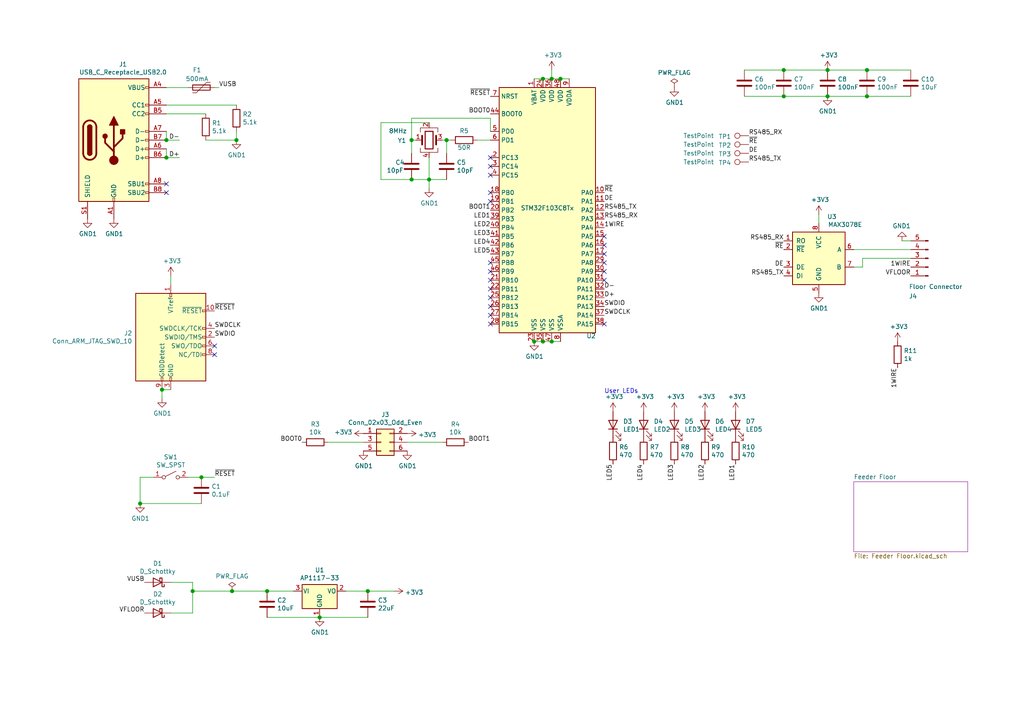
<source format=kicad_sch>
(kicad_sch (version 20201015) (generator eeschema)
  (paper "A4")
  (lib_symbols
    (symbol "Connector:Conn_01x05_Male" (pin_names (offset 1.016) hide)
      (property "Reference" "J" (at 0 7.62 0))
      (property "Value" "Conn_01x05_Male" (at 0 -7.62 0))
      (symbol "Conn_01x05_Male_1_1"
        (rectangle (start 0.8636 -4.953) (end 0 -5.207) (stroke (width 0.1524)) (fill (type outline)))
        (rectangle (start 0.8636 -2.413) (end 0 -2.667) (stroke (width 0.1524)) (fill (type outline)))
        (rectangle (start 0.8636 0.127) (end 0 -0.127) (stroke (width 0.1524)) (fill (type outline)))
        (rectangle (start 0.8636 2.667) (end 0 2.413) (stroke (width 0.1524)) (fill (type outline)))
        (rectangle (start 0.8636 5.207) (end 0 4.953) (stroke (width 0.1524)) (fill (type outline)))
        (polyline (pts (xy 1.27 -5.08) (xy 0.8636 -5.08)) (stroke (width 0.1524)))
        (polyline (pts (xy 1.27 -2.54) (xy 0.8636 -2.54)) (stroke (width 0.1524)))
        (polyline (pts (xy 1.27 0) (xy 0.8636 0)) (stroke (width 0.1524)))
        (polyline (pts (xy 1.27 2.54) (xy 0.8636 2.54)) (stroke (width 0.1524)))
        (polyline (pts (xy 1.27 5.08) (xy 0.8636 5.08)) (stroke (width 0.1524)))
        (pin passive line (at 5.08 5.08 180) (length 3.81) (name "Pin_1") (number "1"))
        (pin passive line (at 5.08 2.54 180) (length 3.81) (name "Pin_2") (number "2"))
        (pin passive line (at 5.08 0 180) (length 3.81) (name "Pin_3") (number "3"))
        (pin passive line (at 5.08 -2.54 180) (length 3.81) (name "Pin_4") (number "4"))
        (pin passive line (at 5.08 -5.08 180) (length 3.81) (name "Pin_5") (number "5"))
      )
    )
    (symbol "Connector:Conn_ARM_JTAG_SWD_10" (pin_names (offset 1.016))
      (property "Reference" "J" (at -2.54 16.51 0))
      (property "Value" "Conn_ARM_JTAG_SWD_10" (at -2.54 13.97 0))
      (symbol "Conn_ARM_JTAG_SWD_10_0_1"
        (rectangle (start -10.16 12.7) (end 10.16 -12.7) (stroke (width 0.254)) (fill (type background)))
        (rectangle (start -2.794 -12.7) (end -2.286 -11.684))
        (rectangle (start -0.254 -12.7) (end 0.254 -11.684))
        (rectangle (start -0.254 12.7) (end 0.254 11.684))
        (rectangle (start 9.144 2.286) (end 10.16 2.794))
        (rectangle (start 10.16 -2.794) (end 9.144 -2.286))
        (rectangle (start 10.16 -0.254) (end 9.144 0.254))
        (rectangle (start 10.16 7.874) (end 9.144 7.366))
      )
      (symbol "Conn_ARM_JTAG_SWD_10_1_1"
        (rectangle (start 9.144 -5.334) (end 10.16 -4.826))
        (pin power_in line (at 0 15.24 270) (length 2.54) (name "VTref") (number "1"))
        (pin open_collector line (at 12.7 7.62 180) (length 2.54) (name "~RESET~") (number "10"))
        (pin bidirectional line (at 12.7 0 180) (length 2.54) (name "SWDIO/TMS") (number "2"))
        (pin power_in line (at 0 -15.24 90) (length 2.54) (name "GND") (number "3"))
        (pin output line (at 12.7 2.54 180) (length 2.54) (name "SWDCLK/TCK") (number "4"))
        (pin passive line (at 0 -15.24 90) (length 2.54) hide (name "GND") (number "5"))
        (pin input line (at 12.7 -2.54 180) (length 2.54) (name "SWO/TDO") (number "6"))
        (pin unconnected line (at -10.16 0 0) (length 2.54) hide (name "KEY") (number "7"))
        (pin output line (at 12.7 -5.08 180) (length 2.54) (name "NC/TDI") (number "8"))
        (pin passive line (at -2.54 -15.24 90) (length 2.54) (name "GNDDetect") (number "9"))
      )
    )
    (symbol "Connector:TestPoint" (pin_numbers hide) (pin_names (offset 0.762) hide)
      (property "Reference" "TP" (at 0 6.858 0))
      (property "Value" "TestPoint" (at 0 5.08 0))
      (symbol "TestPoint_0_1"
        (circle (center 0 3.302) (radius 0.762))
      )
      (symbol "TestPoint_1_1"
        (pin passive line (at 0 0 90) (length 2.54) (name "1") (number "1"))
      )
    )
    (symbol "Connector:USB_C_Receptacle_USB2.0" (pin_names (offset 1.016))
      (property "Reference" "J" (at -10.16 19.05 0))
      (property "Value" "USB_C_Receptacle_USB2.0" (at 19.05 19.05 0))
      (symbol "USB_C_Receptacle_USB2.0_0_0"
        (rectangle (start -0.254 -17.78) (end 0.254 -16.764))
        (rectangle (start 10.16 -14.986) (end 9.144 -15.494))
        (rectangle (start 10.16 -12.446) (end 9.144 -12.954))
        (rectangle (start 10.16 -4.826) (end 9.144 -5.334))
        (rectangle (start 10.16 -2.286) (end 9.144 -2.794))
        (rectangle (start 10.16 0.254) (end 9.144 -0.254))
        (rectangle (start 10.16 2.794) (end 9.144 2.286))
        (rectangle (start 10.16 7.874) (end 9.144 7.366))
        (rectangle (start 10.16 10.414) (end 9.144 9.906))
        (rectangle (start 10.16 15.494) (end 9.144 14.986))
      )
      (symbol "USB_C_Receptacle_USB2.0_0_1"
        (arc (start -8.89 -3.81) (end -5.08 -3.81) (radius (at -6.985 -3.81) (length 1.905) (angles -179.9 -0.1)) (stroke (width 0.508)))
        (arc (start -7.62 -3.81) (end -6.35 -3.81) (radius (at -6.985 -3.81) (length 0.635) (angles -179.9 -0.1)) (stroke (width 0.254)))
        (arc (start -7.62 -3.81) (end -6.35 -3.81) (radius (at -6.985 -3.81) (length 0.635) (angles -179.9 -0.1)) (stroke (width 0.254)) (fill (type outline)))
        (arc (start -6.35 3.81) (end -7.62 3.81) (radius (at -6.985 3.81) (length 0.635) (angles 0.1 179.9)) (stroke (width 0.254)) (fill (type outline)))
        (arc (start -6.35 3.81) (end -7.62 3.81) (radius (at -6.985 3.81) (length 0.635) (angles 0.1 179.9)) (stroke (width 0.254)))
        (arc (start -5.08 3.81) (end -8.89 3.81) (radius (at -6.985 3.81) (length 1.905) (angles 0.1 179.9)) (stroke (width 0.508)))
        (circle (center -2.54 1.143) (radius 0.635) (stroke (width 0.254)) (fill (type outline)))
        (circle (center 0 -5.842) (radius 1.27) (fill (type outline)))
        (rectangle (start -10.16 17.78) (end 10.16 -17.78) (stroke (width 0.254)) (fill (type background)))
        (rectangle (start -7.62 -3.81) (end -6.35 3.81) (stroke (width 0.254)) (fill (type outline)))
        (rectangle (start 1.905 1.778) (end 3.175 3.048) (stroke (width 0.254)) (fill (type outline)))
        (polyline (pts (xy -8.89 -3.81) (xy -8.89 3.81)) (stroke (width 0.508)))
        (polyline (pts (xy -5.08 3.81) (xy -5.08 -3.81)) (stroke (width 0.508)))
        (polyline (pts (xy 0 -5.842) (xy 0 4.318)) (stroke (width 0.508)))
        (polyline (pts (xy 0 -3.302) (xy -2.54 -0.762) (xy -2.54 0.508)) (stroke (width 0.508)))
        (polyline (pts (xy 0 -2.032) (xy 2.54 0.508) (xy 2.54 1.778)) (stroke (width 0.508)))
        (polyline (pts (xy -1.27 4.318) (xy 0 6.858) (xy 1.27 4.318) (xy -1.27 4.318)) (stroke (width 0.254)) (fill (type outline)))
      )
      (symbol "USB_C_Receptacle_USB2.0_1_1"
        (pin passive line (at 0 -22.86 90) (length 5.08) (name "GND") (number "A1"))
        (pin passive line (at 0 -22.86 90) (length 5.08) hide (name "GND") (number "A12"))
        (pin passive line (at 15.24 15.24 180) (length 5.08) (name "VBUS") (number "A4"))
        (pin bidirectional line (at 15.24 10.16 180) (length 5.08) (name "CC1") (number "A5"))
        (pin bidirectional line (at 15.24 -2.54 180) (length 5.08) (name "D+") (number "A6"))
        (pin bidirectional line (at 15.24 2.54 180) (length 5.08) (name "D-") (number "A7"))
        (pin bidirectional line (at 15.24 -12.7 180) (length 5.08) (name "SBU1") (number "A8"))
        (pin passive line (at 15.24 15.24 180) (length 5.08) hide (name "VBUS") (number "A9"))
        (pin passive line (at 0 -22.86 90) (length 5.08) hide (name "GND") (number "B1"))
        (pin passive line (at 0 -22.86 90) (length 5.08) hide (name "GND") (number "B12"))
        (pin passive line (at 15.24 15.24 180) (length 5.08) hide (name "VBUS") (number "B4"))
        (pin bidirectional line (at 15.24 7.62 180) (length 5.08) (name "CC2") (number "B5"))
        (pin bidirectional line (at 15.24 -5.08 180) (length 5.08) (name "D+") (number "B6"))
        (pin bidirectional line (at 15.24 0 180) (length 5.08) (name "D-") (number "B7"))
        (pin bidirectional line (at 15.24 -15.24 180) (length 5.08) (name "SBU2") (number "B8"))
        (pin passive line (at 15.24 15.24 180) (length 5.08) hide (name "VBUS") (number "B9"))
        (pin passive line (at -7.62 -22.86 90) (length 5.08) (name "SHIELD") (number "S1"))
      )
    )
    (symbol "Connector_Generic:Conn_02x03_Odd_Even" (pin_names (offset 1.016) hide)
      (property "Reference" "J" (at 1.27 5.08 0))
      (property "Value" "Conn_02x03_Odd_Even" (at 1.27 -5.08 0))
      (symbol "Conn_02x03_Odd_Even_1_1"
        (rectangle (start -1.27 -2.413) (end 0 -2.667) (stroke (width 0.1524)))
        (rectangle (start -1.27 2.667) (end 0 2.413) (stroke (width 0.1524)))
        (rectangle (start -1.27 3.81) (end 3.81 -3.81) (stroke (width 0.254)) (fill (type background)))
        (rectangle (start -1.27 0.127) (end 0 -0.127) (stroke (width 0.1524)))
        (rectangle (start 3.81 -2.413) (end 2.54 -2.667) (stroke (width 0.1524)))
        (rectangle (start 3.81 2.667) (end 2.54 2.413) (stroke (width 0.1524)))
        (rectangle (start 3.81 0.127) (end 2.54 -0.127) (stroke (width 0.1524)))
        (pin passive line (at -5.08 2.54 0) (length 3.81) (name "Pin_1") (number "1"))
        (pin passive line (at 7.62 2.54 180) (length 3.81) (name "Pin_2") (number "2"))
        (pin passive line (at -5.08 0 0) (length 3.81) (name "Pin_3") (number "3"))
        (pin passive line (at 7.62 0 180) (length 3.81) (name "Pin_4") (number "4"))
        (pin passive line (at -5.08 -2.54 0) (length 3.81) (name "Pin_5") (number "5"))
        (pin passive line (at 7.62 -2.54 180) (length 3.81) (name "Pin_6") (number "6"))
      )
    )
    (symbol "Device:C" (pin_numbers hide) (pin_names (offset 0.254))
      (property "Reference" "C" (at 0.635 2.54 0))
      (property "Value" "C" (at 0.635 -2.54 0))
      (symbol "C_0_1"
        (polyline (pts (xy -2.032 -0.762) (xy 2.032 -0.762)) (stroke (width 0.508)))
        (polyline (pts (xy -2.032 0.762) (xy 2.032 0.762)) (stroke (width 0.508)))
      )
      (symbol "C_1_1"
        (pin passive line (at 0 3.81 270) (length 2.794) (name "~") (number "1"))
        (pin passive line (at 0 -3.81 90) (length 2.794) (name "~") (number "2"))
      )
    )
    (symbol "Device:Crystal_GND24" (pin_names (offset 1.016) hide)
      (property "Reference" "Y" (at 3.175 5.08 0))
      (property "Value" "Crystal_GND24" (at 3.175 3.175 0))
      (symbol "Crystal_GND24_0_1"
        (rectangle (start -1.143 2.54) (end 1.143 -2.54) (stroke (width 0.3048)))
        (polyline (pts (xy -2.54 0) (xy -2.032 0)))
        (polyline (pts (xy -2.032 -1.27) (xy -2.032 1.27)) (stroke (width 0.508)))
        (polyline (pts (xy 0 -3.81) (xy 0 -3.556)))
        (polyline (pts (xy 0 3.556) (xy 0 3.81)))
        (polyline (pts (xy 2.032 -1.27) (xy 2.032 1.27)) (stroke (width 0.508)))
        (polyline (pts (xy 2.032 0) (xy 2.54 0)))
        (polyline (pts (xy -2.54 -2.286) (xy -2.54 -3.556) (xy 2.54 -3.556) (xy 2.54 -2.286)))
        (polyline (pts (xy -2.54 2.286) (xy -2.54 3.556) (xy 2.54 3.556) (xy 2.54 2.286)))
      )
      (symbol "Crystal_GND24_1_1"
        (pin passive line (at -3.81 0 0) (length 1.27) (name "1") (number "1"))
        (pin passive line (at 0 5.08 270) (length 1.27) (name "2") (number "2"))
        (pin passive line (at 3.81 0 180) (length 1.27) (name "3") (number "3"))
        (pin passive line (at 0 -5.08 90) (length 1.27) (name "4") (number "4"))
      )
    )
    (symbol "Device:D_Schottky" (pin_numbers hide) (pin_names (offset 1.016) hide)
      (property "Reference" "D" (at 0 2.54 0))
      (property "Value" "D_Schottky" (at 0 -2.54 0))
      (symbol "D_Schottky_0_1"
        (polyline (pts (xy 1.27 0) (xy -1.27 0)))
        (polyline (pts (xy 1.27 1.27) (xy 1.27 -1.27) (xy -1.27 0) (xy 1.27 1.27)) (stroke (width 0.254)))
        (polyline (pts (xy -1.905 0.635) (xy -1.905 1.27) (xy -1.27 1.27) (xy -1.27 -1.27) (xy -0.635 -1.27) (xy -0.635 -0.635)) (stroke (width 0.254)))
      )
      (symbol "D_Schottky_1_1"
        (pin passive line (at -3.81 0 0) (length 2.54) (name "K") (number "1"))
        (pin passive line (at 3.81 0 180) (length 2.54) (name "A") (number "2"))
      )
    )
    (symbol "Device:LED" (pin_numbers hide) (pin_names (offset 1.016) hide)
      (property "Reference" "D" (at 0 2.54 0))
      (property "Value" "LED" (at 0 -2.54 0))
      (symbol "LED_0_1"
        (polyline (pts (xy -1.27 -1.27) (xy -1.27 1.27)) (stroke (width 0.254)))
        (polyline (pts (xy -1.27 0) (xy 1.27 0)))
        (polyline (pts (xy 1.27 -1.27) (xy 1.27 1.27) (xy -1.27 0) (xy 1.27 -1.27)) (stroke (width 0.254)))
        (polyline (pts (xy -3.048 -0.762) (xy -4.572 -2.286) (xy -3.81 -2.286) (xy -4.572 -2.286) (xy -4.572 -1.524)))
        (polyline (pts (xy -1.778 -0.762) (xy -3.302 -2.286) (xy -2.54 -2.286) (xy -3.302 -2.286) (xy -3.302 -1.524)))
      )
      (symbol "LED_1_1"
        (pin passive line (at -3.81 0 0) (length 2.54) (name "K") (number "1"))
        (pin passive line (at 3.81 0 180) (length 2.54) (name "A") (number "2"))
      )
    )
    (symbol "Device:Polyfuse" (pin_numbers hide) (pin_names (offset 0))
      (property "Reference" "F" (at -2.54 0 90))
      (property "Value" "Polyfuse" (at 2.54 0 90))
      (symbol "Polyfuse_0_1"
        (rectangle (start -0.762 2.54) (end 0.762 -2.54) (stroke (width 0.254)))
        (polyline (pts (xy 0 2.54) (xy 0 -2.54)))
        (polyline (pts (xy -1.524 2.54) (xy -1.524 1.524) (xy 1.524 -1.524) (xy 1.524 -2.54)))
      )
      (symbol "Polyfuse_1_1"
        (pin passive line (at 0 3.81 270) (length 1.27) (name "~") (number "1"))
        (pin passive line (at 0 -3.81 90) (length 1.27) (name "~") (number "2"))
      )
    )
    (symbol "Device:R" (pin_numbers hide) (pin_names (offset 0))
      (property "Reference" "R" (at 2.032 0 90))
      (property "Value" "R" (at 0 0 90))
      (symbol "R_0_1"
        (rectangle (start -1.016 -2.54) (end 1.016 2.54) (stroke (width 0.254)))
      )
      (symbol "R_1_1"
        (pin passive line (at 0 3.81 270) (length 1.27) (name "~") (number "1"))
        (pin passive line (at 0 -3.81 90) (length 1.27) (name "~") (number "2"))
      )
    )
    (symbol "Interface_UART:MAX3078E" (pin_names (offset 1.016))
      (property "Reference" "U" (at -7.62 8.89 0))
      (property "Value" "MAX3078E" (at 2.54 8.89 0))
      (symbol "MAX3078E_0_1"
        (rectangle (start -7.62 7.62) (end 7.62 -7.62) (stroke (width 0.254)) (fill (type background)))
      )
      (symbol "MAX3078E_1_1"
        (pin output line (at -10.16 5.08 0) (length 2.54) (name "RO") (number "1"))
        (pin input line (at -10.16 2.54 0) (length 2.54) (name "~RE~") (number "2"))
        (pin input line (at -10.16 -2.54 0) (length 2.54) (name "DE") (number "3"))
        (pin input line (at -10.16 -5.08 0) (length 2.54) (name "DI") (number "4"))
        (pin power_in line (at 0 -10.16 90) (length 2.54) (name "GND") (number "5"))
        (pin bidirectional line (at 10.16 2.54 180) (length 2.54) (name "A") (number "6"))
        (pin bidirectional line (at 10.16 -2.54 180) (length 2.54) (name "B") (number "7"))
        (pin power_in line (at 0 10.16 270) (length 2.54) (name "VCC") (number "8"))
      )
    )
    (symbol "MCU_ST_STM32F1:STM32F103C8Tx"
      (property "Reference" "U" (at -15.24 36.83 0))
      (property "Value" "STM32F103C8Tx" (at 7.62 36.83 0))
      (symbol "STM32F103C8Tx_0_1"
        (rectangle (start -15.24 -35.56) (end 12.7 35.56) (stroke (width 0.254)) (fill (type background)))
      )
      (symbol "STM32F103C8Tx_1_1"
        (pin input line (at -17.78 27.94 0) (length 2.54) (name "BOOT0") (number "44"))
        (pin input line (at -17.78 33.02 0) (length 2.54) (name "NRST") (number "7"))
        (pin bidirectional line (at 15.24 5.08 180) (length 2.54) (name "PA0") (number "10"))
        (pin bidirectional line (at 15.24 2.54 180) (length 2.54) (name "PA1") (number "11"))
        (pin bidirectional line (at 15.24 -20.32 180) (length 2.54) (name "PA10") (number "31"))
        (pin bidirectional line (at 15.24 -22.86 180) (length 2.54) (name "PA11") (number "32"))
        (pin bidirectional line (at 15.24 -25.4 180) (length 2.54) (name "PA12") (number "33"))
        (pin bidirectional line (at 15.24 -27.94 180) (length 2.54) (name "PA13") (number "34"))
        (pin bidirectional line (at 15.24 -30.48 180) (length 2.54) (name "PA14") (number "37"))
        (pin bidirectional line (at 15.24 -33.02 180) (length 2.54) (name "PA15") (number "38"))
        (pin bidirectional line (at 15.24 0 180) (length 2.54) (name "PA2") (number "12"))
        (pin bidirectional line (at 15.24 -2.54 180) (length 2.54) (name "PA3") (number "13"))
        (pin bidirectional line (at 15.24 -5.08 180) (length 2.54) (name "PA4") (number "14"))
        (pin bidirectional line (at 15.24 -7.62 180) (length 2.54) (name "PA5") (number "15"))
        (pin bidirectional line (at 15.24 -10.16 180) (length 2.54) (name "PA6") (number "16"))
        (pin bidirectional line (at 15.24 -12.7 180) (length 2.54) (name "PA7") (number "17"))
        (pin bidirectional line (at 15.24 -15.24 180) (length 2.54) (name "PA8") (number "29"))
        (pin bidirectional line (at 15.24 -17.78 180) (length 2.54) (name "PA9") (number "30"))
        (pin bidirectional line (at -17.78 5.08 0) (length 2.54) (name "PB0") (number "18"))
        (pin bidirectional line (at -17.78 2.54 0) (length 2.54) (name "PB1") (number "19"))
        (pin bidirectional line (at -17.78 -20.32 0) (length 2.54) (name "PB10") (number "21"))
        (pin bidirectional line (at -17.78 -22.86 0) (length 2.54) (name "PB11") (number "22"))
        (pin bidirectional line (at -17.78 -25.4 0) (length 2.54) (name "PB12") (number "25"))
        (pin bidirectional line (at -17.78 -27.94 0) (length 2.54) (name "PB13") (number "26"))
        (pin bidirectional line (at -17.78 -30.48 0) (length 2.54) (name "PB14") (number "27"))
        (pin bidirectional line (at -17.78 -33.02 0) (length 2.54) (name "PB15") (number "28"))
        (pin bidirectional line (at -17.78 0 0) (length 2.54) (name "PB2") (number "20"))
        (pin bidirectional line (at -17.78 -2.54 0) (length 2.54) (name "PB3") (number "39"))
        (pin bidirectional line (at -17.78 -5.08 0) (length 2.54) (name "PB4") (number "40"))
        (pin bidirectional line (at -17.78 -7.62 0) (length 2.54) (name "PB5") (number "41"))
        (pin bidirectional line (at -17.78 -10.16 0) (length 2.54) (name "PB6") (number "42"))
        (pin bidirectional line (at -17.78 -12.7 0) (length 2.54) (name "PB7") (number "43"))
        (pin bidirectional line (at -17.78 -15.24 0) (length 2.54) (name "PB8") (number "45"))
        (pin bidirectional line (at -17.78 -17.78 0) (length 2.54) (name "PB9") (number "46"))
        (pin bidirectional line (at -17.78 15.24 0) (length 2.54) (name "PC13") (number "2"))
        (pin bidirectional line (at -17.78 12.7 0) (length 2.54) (name "PC14") (number "3"))
        (pin bidirectional line (at -17.78 10.16 0) (length 2.54) (name "PC15") (number "4"))
        (pin input line (at -17.78 22.86 0) (length 2.54) (name "PD0") (number "5"))
        (pin input line (at -17.78 20.32 0) (length 2.54) (name "PD1") (number "6"))
        (pin power_in line (at -5.08 38.1 270) (length 2.54) (name "VBAT") (number "1"))
        (pin power_in line (at -2.54 38.1 270) (length 2.54) (name "VDD") (number "24"))
        (pin power_in line (at 0 38.1 270) (length 2.54) (name "VDD") (number "36"))
        (pin power_in line (at 2.54 38.1 270) (length 2.54) (name "VDD") (number "48"))
        (pin power_in line (at 5.08 38.1 270) (length 2.54) (name "VDDA") (number "9"))
        (pin power_in line (at -5.08 -38.1 90) (length 2.54) (name "VSS") (number "23"))
        (pin power_in line (at -2.54 -38.1 90) (length 2.54) (name "VSS") (number "35"))
        (pin power_in line (at 0 -38.1 90) (length 2.54) (name "VSS") (number "47"))
        (pin power_in line (at 2.54 -38.1 90) (length 2.54) (name "VSSA") (number "8"))
      )
    )
    (symbol "Regulator_Linear:AP1117-33" (pin_names (offset 0.254))
      (property "Reference" "U" (at -3.81 3.175 0))
      (property "Value" "AP1117-33" (at 0 3.175 0))
      (symbol "AP1117-33_0_1"
        (rectangle (start -5.08 -5.08) (end 5.08 1.905) (stroke (width 0.254)) (fill (type background)))
      )
      (symbol "AP1117-33_1_1"
        (pin power_in line (at 0 -7.62 90) (length 2.54) (name "GND") (number "1"))
        (pin power_out line (at 7.62 0 180) (length 2.54) (name "VO") (number "2"))
        (pin power_in line (at -7.62 0 0) (length 2.54) (name "VI") (number "3"))
      )
    )
    (symbol "Switch:SW_SPST" (pin_names (offset 0) hide)
      (property "Reference" "SW" (at 0 3.175 0))
      (property "Value" "SW_SPST" (at 0 -2.54 0))
      (symbol "SW_SPST_0_0"
        (circle (center -2.032 0) (radius 0.508))
        (circle (center 2.032 0) (radius 0.508))
        (polyline (pts (xy -1.524 0.254) (xy 1.524 1.778)))
      )
      (symbol "SW_SPST_1_1"
        (pin passive line (at -5.08 0 0) (length 2.54) (name "A") (number "1"))
        (pin passive line (at 5.08 0 180) (length 2.54) (name "B") (number "2"))
      )
    )
    (symbol "power:+3.3V" (power) (pin_names (offset 0))
      (property "Value" "+3.3V" (at 0 3.556 0))
      (symbol "+3.3V_0_1"
        (polyline (pts (xy -0.762 1.27) (xy 0 2.54)))
        (polyline (pts (xy 0 0) (xy 0 2.54)))
        (polyline (pts (xy 0 2.54) (xy 0.762 1.27)))
      )
      (symbol "+3.3V_1_1"
        (pin power_in line (at 0 0 90) (length 0) hide (name "+3V3") (number "1"))
      )
    )
    (symbol "power:GND1" (power) (pin_names (offset 0))
      (property "Value" "GND1" (at 0 -3.81 0))
      (symbol "GND1_0_1"
        (polyline (pts (xy 0 0) (xy 0 -1.27) (xy 1.27 -1.27) (xy 0 -2.54) (xy -1.27 -1.27) (xy 0 -1.27)))
      )
      (symbol "GND1_1_1"
        (pin power_in line (at 0 0 270) (length 0) hide (name "GND1") (number "1"))
      )
    )
    (symbol "power:PWR_FLAG" (power) (pin_numbers hide) (pin_names (offset 0) hide)
      (property "Value" "PWR_FLAG" (at 0 3.81 0))
      (symbol "PWR_FLAG_0_0"
        (pin power_out line (at 0 0 90) (length 0) (name "pwr") (number "1"))
      )
      (symbol "PWR_FLAG_0_1"
        (polyline (pts (xy 0 0) (xy 0 1.27) (xy -1.016 1.905) (xy 0 2.54) (xy 1.016 1.905) (xy 0 1.27)))
      )
    )
  )
  (junction (at 40.64 146.05) (diameter 1.016))
  (junction (at 46.99 113.03) (diameter 1.016))
  (junction (at 48.26 40.64) (diameter 1.016))
  (junction (at 48.26 45.72) (diameter 1.016))
  (junction (at 55.88 171.45) (diameter 1.016))
  (junction (at 58.42 138.43) (diameter 1.016))
  (junction (at 67.31 171.45) (diameter 1.016))
  (junction (at 68.58 40.64) (diameter 1.016))
  (junction (at 77.47 171.45) (diameter 1.016))
  (junction (at 92.71 179.07) (diameter 1.016))
  (junction (at 106.68 171.45) (diameter 1.016))
  (junction (at 119.38 40.64) (diameter 1.016))
  (junction (at 119.38 52.07) (diameter 1.016))
  (junction (at 124.46 52.07) (diameter 1.016))
  (junction (at 129.54 40.64) (diameter 1.016))
  (junction (at 154.94 99.06) (diameter 1.016))
  (junction (at 157.48 22.86) (diameter 1.016))
  (junction (at 157.48 99.06) (diameter 1.016))
  (junction (at 160.02 22.86) (diameter 1.016))
  (junction (at 160.02 99.06) (diameter 1.016))
  (junction (at 162.56 22.86) (diameter 1.016))
  (junction (at 227.33 20.32) (diameter 1.016))
  (junction (at 227.33 27.94) (diameter 1.016))
  (junction (at 240.03 20.32) (diameter 1.016))
  (junction (at 240.03 27.94) (diameter 1.016))
  (junction (at 251.46 20.32) (diameter 1.016))
  (junction (at 251.46 27.94) (diameter 1.016))
  (no_connect (at 48.26 53.34))
  (no_connect (at 48.26 55.88))
  (no_connect (at 62.23 100.33))
  (no_connect (at 62.23 102.87))
  (no_connect (at 142.24 45.72))
  (no_connect (at 142.24 48.26))
  (no_connect (at 142.24 50.8))
  (no_connect (at 142.24 55.88))
  (no_connect (at 142.24 58.42))
  (no_connect (at 142.24 76.2))
  (no_connect (at 142.24 78.74))
  (no_connect (at 142.24 81.28))
  (no_connect (at 142.24 83.82))
  (no_connect (at 142.24 86.36))
  (no_connect (at 142.24 88.9))
  (no_connect (at 142.24 91.44))
  (no_connect (at 142.24 93.98))
  (no_connect (at 175.26 68.58))
  (no_connect (at 175.26 71.12))
  (no_connect (at 175.26 73.66))
  (no_connect (at 175.26 76.2))
  (no_connect (at 175.26 78.74))
  (no_connect (at 175.26 81.28))
  (no_connect (at 175.26 93.98))
  (wire (pts (xy 40.64 138.43) (xy 44.45 138.43)))
  (wire (pts (xy 40.64 146.05) (xy 40.64 138.43)))
  (wire (pts (xy 40.64 146.05) (xy 58.42 146.05)))
  (wire (pts (xy 46.99 113.03) (xy 49.53 113.03)))
  (wire (pts (xy 46.99 115.57) (xy 46.99 113.03)))
  (wire (pts (xy 48.26 30.48) (xy 68.58 30.48)))
  (wire (pts (xy 48.26 33.02) (xy 59.69 33.02)))
  (wire (pts (xy 48.26 38.1) (xy 48.26 40.64)))
  (wire (pts (xy 48.26 45.72) (xy 48.26 43.18)))
  (wire (pts (xy 49.53 80.01) (xy 49.53 82.55)))
  (wire (pts (xy 49.53 177.8) (xy 55.88 177.8)))
  (wire (pts (xy 52.07 40.64) (xy 48.26 40.64)))
  (wire (pts (xy 52.07 45.72) (xy 48.26 45.72)))
  (wire (pts (xy 54.61 25.4) (xy 48.26 25.4)))
  (wire (pts (xy 55.88 168.91) (xy 49.53 168.91)))
  (wire (pts (xy 55.88 171.45) (xy 55.88 168.91)))
  (wire (pts (xy 55.88 171.45) (xy 67.31 171.45)))
  (wire (pts (xy 55.88 177.8) (xy 55.88 171.45)))
  (wire (pts (xy 58.42 138.43) (xy 54.61 138.43)))
  (wire (pts (xy 58.42 138.43) (xy 62.23 138.43)))
  (wire (pts (xy 63.5 25.4) (xy 62.23 25.4)))
  (wire (pts (xy 67.31 171.45) (xy 77.47 171.45)))
  (wire (pts (xy 68.58 40.64) (xy 59.69 40.64)))
  (wire (pts (xy 68.58 40.64) (xy 68.58 38.1)))
  (wire (pts (xy 77.47 171.45) (xy 85.09 171.45)))
  (wire (pts (xy 77.47 179.07) (xy 92.71 179.07)))
  (wire (pts (xy 92.71 179.07) (xy 106.68 179.07)))
  (wire (pts (xy 95.25 128.27) (xy 105.41 128.27)))
  (wire (pts (xy 100.33 171.45) (xy 106.68 171.45)))
  (wire (pts (xy 110.49 35.56) (xy 110.49 52.07)))
  (wire (pts (xy 110.49 52.07) (xy 119.38 52.07)))
  (wire (pts (xy 114.3 171.45) (xy 106.68 171.45)))
  (wire (pts (xy 119.38 34.29) (xy 142.24 34.29)))
  (wire (pts (xy 119.38 40.64) (xy 119.38 34.29)))
  (wire (pts (xy 119.38 40.64) (xy 119.38 44.45)))
  (wire (pts (xy 120.65 40.64) (xy 119.38 40.64)))
  (wire (pts (xy 124.46 35.56) (xy 110.49 35.56)))
  (wire (pts (xy 124.46 45.72) (xy 124.46 52.07)))
  (wire (pts (xy 124.46 52.07) (xy 119.38 52.07)))
  (wire (pts (xy 124.46 54.61) (xy 124.46 52.07)))
  (wire (pts (xy 128.27 40.64) (xy 129.54 40.64)))
  (wire (pts (xy 128.27 128.27) (xy 118.11 128.27)))
  (wire (pts (xy 129.54 40.64) (xy 130.81 40.64)))
  (wire (pts (xy 129.54 44.45) (xy 129.54 40.64)))
  (wire (pts (xy 129.54 52.07) (xy 124.46 52.07)))
  (wire (pts (xy 138.43 40.64) (xy 142.24 40.64)))
  (wire (pts (xy 142.24 34.29) (xy 142.24 38.1)))
  (wire (pts (xy 154.94 22.86) (xy 157.48 22.86)))
  (wire (pts (xy 154.94 99.06) (xy 157.48 99.06)))
  (wire (pts (xy 157.48 22.86) (xy 160.02 22.86)))
  (wire (pts (xy 160.02 20.32) (xy 160.02 22.86)))
  (wire (pts (xy 160.02 22.86) (xy 162.56 22.86)))
  (wire (pts (xy 160.02 99.06) (xy 157.48 99.06)))
  (wire (pts (xy 162.56 22.86) (xy 165.1 22.86)))
  (wire (pts (xy 162.56 99.06) (xy 160.02 99.06)))
  (wire (pts (xy 215.9 20.32) (xy 227.33 20.32)))
  (wire (pts (xy 215.9 27.94) (xy 227.33 27.94)))
  (wire (pts (xy 227.33 20.32) (xy 240.03 20.32)))
  (wire (pts (xy 227.33 27.94) (xy 240.03 27.94)))
  (wire (pts (xy 237.49 62.23) (xy 237.49 64.77)))
  (wire (pts (xy 240.03 20.32) (xy 251.46 20.32)))
  (wire (pts (xy 240.03 27.94) (xy 251.46 27.94)))
  (wire (pts (xy 247.65 72.39) (xy 264.16 72.39)))
  (wire (pts (xy 247.65 77.47) (xy 250.19 77.47)))
  (wire (pts (xy 250.19 74.93) (xy 264.16 74.93)))
  (wire (pts (xy 250.19 77.47) (xy 250.19 74.93)))
  (wire (pts (xy 251.46 20.32) (xy 264.16 20.32)))
  (wire (pts (xy 251.46 27.94) (xy 264.16 27.94)))
  (wire (pts (xy 261.62 69.85) (xy 264.16 69.85)))
  (text "User LEDs" (at 175.26 114.3 0) (effects (font (size 1.27 1.27)) (justify left bottom)))
  (label "VUSB" (at 41.91 168.91 180))
  (label "VFLOOR" (at 41.91 177.8 180))
  (label "D-" (at 52.07 40.64 180))
  (label "D+" (at 52.07 45.72 180))
  (label "~RESET" (at 62.23 90.17 0))
  (label "SWDCLK" (at 62.23 95.25 0))
  (label "SWDIO" (at 62.23 97.79 0))
  (label "~RESET" (at 62.23 138.43 0))
  (label "VUSB" (at 63.5 25.4 0))
  (label "BOOT0" (at 87.63 128.27 180))
  (label "BOOT1" (at 135.89 128.27 0))
  (label "~RESET" (at 142.24 27.94 180))
  (label "BOOT0" (at 142.24 33.02 180))
  (label "BOOT1" (at 142.24 60.96 180))
  (label "LED1" (at 142.24 63.5 180))
  (label "LED2" (at 142.24 66.04 180))
  (label "LED3" (at 142.24 68.58 180))
  (label "LED4" (at 142.24 71.12 180))
  (label "LED5" (at 142.24 73.66 180))
  (label "~RE" (at 175.26 55.88 0))
  (label "DE" (at 175.26 58.42 0))
  (label "RS485_TX" (at 175.26 60.96 0))
  (label "RS485_RX" (at 175.26 63.5 0))
  (label "1WIRE" (at 175.26 66.04 0))
  (label "D-" (at 175.26 83.82 0))
  (label "D+" (at 175.26 86.36 0))
  (label "SWDIO" (at 175.26 88.9 0))
  (label "SWDCLK" (at 175.26 91.44 0))
  (label "LED5" (at 177.8 134.62 270))
  (label "LED4" (at 186.69 134.62 270))
  (label "LED3" (at 195.58 134.62 270))
  (label "LED2" (at 204.47 134.62 270))
  (label "LED1" (at 213.36 134.62 270))
  (label "RS485_RX" (at 217.17 39.37 0))
  (label "~RE" (at 217.17 41.91 0))
  (label "DE" (at 217.17 44.45 0))
  (label "RS485_TX" (at 217.17 46.99 0))
  (label "RS485_RX" (at 227.33 69.85 180))
  (label "~RE" (at 227.33 72.39 180))
  (label "DE" (at 227.33 77.47 180))
  (label "RS485_TX" (at 227.33 80.01 180))
  (label "1WIRE" (at 260.35 106.68 270))
  (label "1WIRE" (at 264.16 77.47 180))
  (label "VFLOOR" (at 264.16 80.01 180))
  (symbol (lib_id "power:PWR_FLAG") (at 67.31 171.45 0) (unit 1)
    (property "Reference" "#FLG01" (effects hide))
    (property "Value" "PWR_FLAG" (at 67.31 167.1256 0))
  )
  (symbol (lib_id "power:PWR_FLAG") (at 195.58 25.4 0) (unit 1)
    (property "Reference" "#FLG0101" (effects hide))
    (property "Value" "PWR_FLAG" (at 195.58 21.0756 0))
  )
  (symbol (lib_id "Connector:TestPoint") (at 217.17 39.37 90) (unit 1)
    (property "Reference" "TP1" (at 210.2485 39.6048 90))
    (property "Value" "TestPoint" (at 202.6285 39.3635 90))
    (property "Footprint" "TestPoint:TestPoint_Pad_D2.0mm" (effects hide))
  )
  (symbol (lib_id "Connector:TestPoint") (at 217.17 41.91 90) (unit 1)
    (property "Reference" "TP2" (at 210.2485 42.1448 90))
    (property "Value" "TestPoint" (at 202.6285 41.9035 90))
    (property "Footprint" "TestPoint:TestPoint_Pad_D2.0mm" (effects hide))
  )
  (symbol (lib_id "Connector:TestPoint") (at 217.17 44.45 90) (unit 1)
    (property "Reference" "TP3" (at 210.2485 44.6848 90))
    (property "Value" "TestPoint" (at 202.6285 44.4435 90))
    (property "Footprint" "TestPoint:TestPoint_Pad_D2.0mm" (effects hide))
  )
  (symbol (lib_id "Connector:TestPoint") (at 217.17 46.99 90) (unit 1)
    (property "Reference" "TP4" (at 210.2485 47.2248 90))
    (property "Value" "TestPoint" (at 202.6285 46.9835 90))
    (property "Footprint" "TestPoint:TestPoint_Pad_D2.0mm" (effects hide))
  )
  (symbol (lib_id "power:+3.3V") (at 49.53 80.01 0) (unit 1)
    (property "Reference" "#PWR05" (effects hide))
    (property "Value" "+3.3V" (at 49.8983 75.6856 0))
  )
  (symbol (lib_id "power:+3.3V") (at 105.41 125.73 90) (unit 1)
    (property "Reference" "#PWR08" (effects hide))
    (property "Value" "+3.3V" (at 102.2349 125.3617 90) (effects (justify left)))
  )
  (symbol (lib_id "power:+3.3V") (at 114.3 171.45 270) (unit 1)
    (property "Reference" "#PWR010" (effects hide))
    (property "Value" "+3.3V" (at 117.4751 171.8183 90) (effects (justify left)))
  )
  (symbol (lib_id "power:+3.3V") (at 118.11 125.73 270) (unit 1)
    (property "Reference" "#PWR011" (effects hide))
    (property "Value" "+3.3V" (at 121.2851 126.0983 90) (effects (justify left)))
  )
  (symbol (lib_id "power:+3.3V") (at 160.02 20.32 0) (unit 1)
    (property "Reference" "#PWR015" (effects hide))
    (property "Value" "+3.3V" (at 160.3883 15.9956 0))
  )
  (symbol (lib_id "power:+3.3V") (at 177.8 119.38 0) (unit 1)
    (property "Reference" "#PWR016" (effects hide))
    (property "Value" "+3.3V" (at 178.1683 115.0556 0))
  )
  (symbol (lib_id "power:+3.3V") (at 186.69 119.38 0) (unit 1)
    (property "Reference" "#PWR017" (effects hide))
    (property "Value" "+3.3V" (at 187.0583 115.0556 0))
  )
  (symbol (lib_id "power:+3.3V") (at 195.58 119.38 0) (unit 1)
    (property "Reference" "#PWR018" (effects hide))
    (property "Value" "+3.3V" (at 195.9483 115.0556 0))
  )
  (symbol (lib_id "power:+3.3V") (at 204.47 119.38 0) (unit 1)
    (property "Reference" "#PWR019" (effects hide))
    (property "Value" "+3.3V" (at 204.8383 115.0556 0))
  )
  (symbol (lib_id "power:+3.3V") (at 213.36 119.38 0) (unit 1)
    (property "Reference" "#PWR020" (effects hide))
    (property "Value" "+3.3V" (at 213.7283 115.0556 0))
  )
  (symbol (lib_id "power:+3.3V") (at 237.49 62.23 0) (unit 1)
    (property "Reference" "#PWR021" (effects hide))
    (property "Value" "+3.3V" (at 237.8583 57.9056 0))
  )
  (symbol (lib_id "power:+3.3V") (at 240.03 20.32 0) (unit 1)
    (property "Reference" "#PWR022" (effects hide))
    (property "Value" "+3.3V" (at 240.3983 15.9956 0))
  )
  (symbol (lib_id "power:+3.3V") (at 260.35 99.06 0) (unit 1)
    (property "Reference" "#PWR024" (effects hide))
    (property "Value" "+3.3V" (at 260.7183 94.7356 0))
  )
  (symbol (lib_id "power:GND1") (at 25.4 63.5 0) (unit 1)
    (property "Reference" "#PWR01" (effects hide))
    (property "Value" "GND1" (at 25.5143 67.8244 0))
  )
  (symbol (lib_id "power:GND1") (at 33.02 63.5 0) (unit 1)
    (property "Reference" "#PWR02" (effects hide))
    (property "Value" "GND1" (at 33.1343 67.8244 0))
  )
  (symbol (lib_id "power:GND1") (at 40.64 146.05 0) (unit 1)
    (property "Reference" "#PWR03" (effects hide))
    (property "Value" "GND1" (at 40.7543 150.3744 0))
  )
  (symbol (lib_id "power:GND1") (at 46.99 115.57 0) (unit 1)
    (property "Reference" "#PWR04" (effects hide))
    (property "Value" "GND1" (at 47.1043 119.8944 0))
  )
  (symbol (lib_id "power:GND1") (at 68.58 40.64 0) (unit 1)
    (property "Reference" "#PWR06" (effects hide))
    (property "Value" "GND1" (at 68.6943 44.9644 0))
  )
  (symbol (lib_id "power:GND1") (at 92.71 179.07 0) (unit 1)
    (property "Reference" "#PWR07" (effects hide))
    (property "Value" "GND1" (at 92.8243 183.3944 0))
  )
  (symbol (lib_id "power:GND1") (at 105.41 130.81 0) (unit 1)
    (property "Reference" "#PWR09" (effects hide))
    (property "Value" "GND1" (at 105.5243 135.1344 0))
  )
  (symbol (lib_id "power:GND1") (at 118.11 130.81 0) (unit 1)
    (property "Reference" "#PWR012" (effects hide))
    (property "Value" "GND1" (at 118.2243 135.1344 0))
  )
  (symbol (lib_id "power:GND1") (at 124.46 54.61 0) (unit 1)
    (property "Reference" "#PWR013" (effects hide))
    (property "Value" "GND1" (at 124.5743 58.9344 0))
  )
  (symbol (lib_id "power:GND1") (at 154.94 99.06 0) (unit 1)
    (property "Reference" "#PWR014" (effects hide))
    (property "Value" "GND1" (at 155.0543 103.3844 0))
  )
  (symbol (lib_id "power:GND1") (at 195.58 25.4 0) (unit 1)
    (property "Reference" "#PWR0101" (effects hide))
    (property "Value" "GND1" (at 195.6943 29.7244 0))
  )
  (symbol (lib_id "power:GND1") (at 237.49 85.09 0) (unit 1)
    (property "Reference" "#PWR0103" (effects hide))
    (property "Value" "GND1" (at 237.6043 89.4144 0))
  )
  (symbol (lib_id "power:GND1") (at 240.03 27.94 0) (unit 1)
    (property "Reference" "#PWR023" (effects hide))
    (property "Value" "GND1" (at 240.1443 32.2644 0))
  )
  (symbol (lib_id "power:GND1") (at 261.62 69.85 180) (unit 1)
    (property "Reference" "#PWR025" (effects hide))
    (property "Value" "GND1" (at 261.5057 65.5256 0))
  )
  (symbol (lib_id "Device:R") (at 59.69 36.83 0) (unit 1)
    (property "Reference" "R1" (at 61.4681 35.6806 0) (effects (justify left)))
    (property "Value" "5.1k" (at 61.468 37.979 0) (effects (justify left)))
    (property "Footprint" "Resistor_SMD:R_0603_1608Metric_Pad0.98x0.95mm_HandSolder" (effects hide))
  )
  (symbol (lib_id "Device:R") (at 68.58 34.29 180) (unit 1)
    (property "Reference" "R2" (at 70.3581 33.1406 0) (effects (justify right)))
    (property "Value" "5.1k" (at 70.358 35.439 0) (effects (justify right)))
    (property "Footprint" "Resistor_SMD:R_0603_1608Metric_Pad0.98x0.95mm_HandSolder" (effects hide))
  )
  (symbol (lib_id "Device:R") (at 91.44 128.27 90) (unit 1)
    (property "Reference" "R3" (at 91.44 123.0438 90))
    (property "Value" "10k" (at 91.44 125.342 90))
    (property "Footprint" "Resistor_SMD:R_0603_1608Metric_Pad0.98x0.95mm_HandSolder" (effects hide))
  )
  (symbol (lib_id "Device:R") (at 132.08 128.27 90) (unit 1)
    (property "Reference" "R4" (at 132.08 123.0438 90))
    (property "Value" "10k" (at 132.08 125.343 90))
    (property "Footprint" "Resistor_SMD:R_0603_1608Metric_Pad0.98x0.95mm_HandSolder" (effects hide))
  )
  (symbol (lib_id "Device:R") (at 134.62 40.64 90) (unit 1)
    (property "Reference" "R5" (at 134.62 37.9538 90))
    (property "Value" "50R" (at 134.62 42.792 90))
    (property "Footprint" "Resistor_SMD:R_0603_1608Metric_Pad0.98x0.95mm_HandSolder" (effects hide))
  )
  (symbol (lib_id "Device:R") (at 177.8 130.81 0) (unit 1)
    (property "Reference" "R6" (at 179.5781 129.6606 0) (effects (justify left)))
    (property "Value" "470" (at 179.578 131.959 0) (effects (justify left)))
    (property "Footprint" "Resistor_SMD:R_0603_1608Metric_Pad0.98x0.95mm_HandSolder" (effects hide))
  )
  (symbol (lib_id "Device:R") (at 186.69 130.81 0) (unit 1)
    (property "Reference" "R7" (at 188.4681 129.6606 0) (effects (justify left)))
    (property "Value" "470" (at 188.468 131.959 0) (effects (justify left)))
    (property "Footprint" "Resistor_SMD:R_0603_1608Metric_Pad0.98x0.95mm_HandSolder" (effects hide))
  )
  (symbol (lib_id "Device:R") (at 195.58 130.81 0) (unit 1)
    (property "Reference" "R8" (at 197.3581 129.6606 0) (effects (justify left)))
    (property "Value" "470" (at 197.358 131.959 0) (effects (justify left)))
    (property "Footprint" "Resistor_SMD:R_0603_1608Metric_Pad0.98x0.95mm_HandSolder" (effects hide))
  )
  (symbol (lib_id "Device:R") (at 204.47 130.81 0) (unit 1)
    (property "Reference" "R9" (at 206.2481 129.6606 0) (effects (justify left)))
    (property "Value" "470" (at 206.248 131.959 0) (effects (justify left)))
    (property "Footprint" "Resistor_SMD:R_0603_1608Metric_Pad0.98x0.95mm_HandSolder" (effects hide))
  )
  (symbol (lib_id "Device:R") (at 213.36 130.81 0) (unit 1)
    (property "Reference" "R10" (at 215.1381 129.6606 0) (effects (justify left)))
    (property "Value" "470" (at 215.138 131.959 0) (effects (justify left)))
    (property "Footprint" "Resistor_SMD:R_0603_1608Metric_Pad0.98x0.95mm_HandSolder" (effects hide))
  )
  (symbol (lib_id "Device:R") (at 260.35 102.87 0) (unit 1)
    (property "Reference" "R11" (at 262.1281 101.7206 0) (effects (justify left)))
    (property "Value" "1k" (at 262.128 104.019 0) (effects (justify left)))
    (property "Footprint" "Resistor_SMD:R_0603_1608Metric_Pad0.98x0.95mm_HandSolder" (effects hide))
  )
  (symbol (lib_id "Device:D_Schottky") (at 45.72 168.91 180) (unit 1)
    (property "Reference" "D1" (at 45.72 163.4298 0))
    (property "Value" "D_Schottky" (at 45.72 165.7285 0))
    (property "Footprint" "Diode_SMD:D_0603_1608Metric_Pad1.05x0.95mm_HandSolder" (effects hide))
  )
  (symbol (lib_id "Device:D_Schottky") (at 45.72 177.8 180) (unit 1)
    (property "Reference" "D2" (at 45.72 172.3198 0))
    (property "Value" "D_Schottky" (at 45.72 174.6185 0))
    (property "Footprint" "Diode_SMD:D_0603_1608Metric_Pad1.05x0.95mm_HandSolder" (effects hide))
  )
  (symbol (lib_id "Device:Polyfuse") (at 58.42 25.4 270) (unit 1)
    (property "Reference" "F1" (at 57.15 20.32 90))
    (property "Value" "500mA" (at 57.15 22.86 90))
    (property "Footprint" "RS485 Test:MF-MSMF050-2" (effects hide))
    (property "Part Number" "MF-MSMF050-2" (effects hide))
    (property "Manufacturer" "Bourns" (effects hide))
    (property "Bin" "13" (effects hide))
  )
  (symbol (lib_id "Device:LED") (at 177.8 123.19 90) (unit 1)
    (property "Reference" "D3" (at 180.7211 122.2311 90) (effects (justify right)))
    (property "Value" "LED1" (at 180.721 124.53 90) (effects (justify right)))
    (property "Footprint" "LED_SMD:LED_0603_1608Metric_Pad1.05x0.95mm_HandSolder" (effects hide))
  )
  (symbol (lib_id "Device:LED") (at 186.69 123.19 90) (unit 1)
    (property "Reference" "D4" (at 189.6111 122.2311 90) (effects (justify right)))
    (property "Value" "LED2" (at 189.611 124.53 90) (effects (justify right)))
    (property "Footprint" "LED_SMD:LED_0603_1608Metric_Pad1.05x0.95mm_HandSolder" (effects hide))
  )
  (symbol (lib_id "Device:LED") (at 195.58 123.19 90) (unit 1)
    (property "Reference" "D5" (at 198.5011 122.2311 90) (effects (justify right)))
    (property "Value" "LED3" (at 198.501 124.53 90) (effects (justify right)))
    (property "Footprint" "LED_SMD:LED_0603_1608Metric_Pad1.05x0.95mm_HandSolder" (effects hide))
  )
  (symbol (lib_id "Device:LED") (at 204.47 123.19 90) (unit 1)
    (property "Reference" "D6" (at 207.3911 122.2311 90) (effects (justify right)))
    (property "Value" "LED4" (at 207.391 124.53 90) (effects (justify right)))
    (property "Footprint" "LED_SMD:LED_0603_1608Metric_Pad1.05x0.95mm_HandSolder" (effects hide))
  )
  (symbol (lib_id "Device:LED") (at 213.36 123.19 90) (unit 1)
    (property "Reference" "D7" (at 216.2811 122.2311 90) (effects (justify right)))
    (property "Value" "LED5" (at 216.281 124.53 90) (effects (justify right)))
    (property "Footprint" "LED_SMD:LED_0603_1608Metric_Pad1.05x0.95mm_HandSolder" (effects hide))
  )
  (symbol (lib_id "Switch:SW_SPST") (at 49.53 138.43 0) (unit 1)
    (property "Reference" "SW1" (at 49.53 132.5688 0))
    (property "Value" "SW_SPST" (at 49.53 134.8675 0))
    (property "Footprint" "Button_Switch_SMD:SW_SPST_FSMSM" (effects hide))
  )
  (symbol (lib_id "Device:C") (at 58.42 142.24 0) (unit 1)
    (property "Reference" "C1" (at 61.3411 141.0906 0) (effects (justify left)))
    (property "Value" "0.1uF" (at 61.341 143.389 0) (effects (justify left)))
    (property "Footprint" "Capacitor_SMD:C_0603_1608Metric_Pad1.08x0.95mm_HandSolder" (effects hide))
  )
  (symbol (lib_id "Device:C") (at 77.47 175.26 0) (unit 1)
    (property "Reference" "C2" (at 80.3911 174.1106 0) (effects (justify left)))
    (property "Value" "10uF" (at 80.391 176.409 0) (effects (justify left)))
    (property "Footprint" "Capacitor_SMD:C_0603_1608Metric_Pad1.08x0.95mm_HandSolder" (effects hide))
  )
  (symbol (lib_id "Device:C") (at 106.68 175.26 0) (unit 1)
    (property "Reference" "C3" (at 109.6011 174.1106 0) (effects (justify left)))
    (property "Value" "22uF" (at 109.601 176.409 0) (effects (justify left)))
    (property "Footprint" "Capacitor_SMD:C_0603_1608Metric_Pad1.08x0.95mm_HandSolder" (effects hide))
  )
  (symbol (lib_id "Device:C") (at 119.38 48.26 0) (unit 1)
    (property "Reference" "C4" (at 114.6811 47.1106 0) (effects (justify left)))
    (property "Value" "10pF" (at 112.141 49.409 0) (effects (justify left)))
    (property "Footprint" "Capacitor_SMD:C_0603_1608Metric_Pad1.08x0.95mm_HandSolder" (effects hide))
  )
  (symbol (lib_id "Device:C") (at 129.54 48.26 0) (unit 1)
    (property "Reference" "C5" (at 132.4611 47.1106 0) (effects (justify left)))
    (property "Value" "10pF" (at 132.461 49.409 0) (effects (justify left)))
    (property "Footprint" "Capacitor_SMD:C_0603_1608Metric_Pad1.08x0.95mm_HandSolder" (effects hide))
  )
  (symbol (lib_id "Device:C") (at 215.9 24.13 0) (unit 1)
    (property "Reference" "C6" (at 218.8211 22.9806 0) (effects (justify left)))
    (property "Value" "100nF" (at 218.821 25.279 0) (effects (justify left)))
    (property "Footprint" "Capacitor_SMD:C_0603_1608Metric_Pad1.08x0.95mm_HandSolder" (effects hide))
  )
  (symbol (lib_id "Device:C") (at 227.33 24.13 0) (unit 1)
    (property "Reference" "C7" (at 230.2511 22.9806 0) (effects (justify left)))
    (property "Value" "100nF" (at 230.251 25.279 0) (effects (justify left)))
    (property "Footprint" "Capacitor_SMD:C_0603_1608Metric_Pad1.08x0.95mm_HandSolder" (effects hide))
  )
  (symbol (lib_id "Device:C") (at 240.03 24.13 0) (unit 1)
    (property "Reference" "C8" (at 242.9511 22.9806 0) (effects (justify left)))
    (property "Value" "100nF" (at 242.951 25.279 0) (effects (justify left)))
    (property "Footprint" "Capacitor_SMD:C_0603_1608Metric_Pad1.08x0.95mm_HandSolder" (effects hide))
  )
  (symbol (lib_id "Device:C") (at 251.46 24.13 0) (unit 1)
    (property "Reference" "C9" (at 254.3811 22.9806 0) (effects (justify left)))
    (property "Value" "100nF" (at 254.381 25.279 0) (effects (justify left)))
    (property "Footprint" "Capacitor_SMD:C_0603_1608Metric_Pad1.08x0.95mm_HandSolder" (effects hide))
  )
  (symbol (lib_id "Device:C") (at 264.16 24.13 0) (unit 1)
    (property "Reference" "C10" (at 267.0811 22.9806 0) (effects (justify left)))
    (property "Value" "10uF" (at 267.081 25.279 0) (effects (justify left)))
    (property "Footprint" "Capacitor_SMD:C_0603_1608Metric_Pad1.08x0.95mm_HandSolder" (effects hide))
  )
  (symbol (lib_id "Connector:Conn_01x05_Male") (at 269.24 74.93 180) (unit 1)
    (property "Reference" "J4" (at 263.6013 85.9218 0) (effects (justify right)))
    (property "Value" "Floor Connector" (at 263.601 83.141 0) (effects (justify right)))
    (property "Footprint" "Connector_PinHeader_2.54mm:PinHeader_1x05_P2.54mm_Horizontal" (effects hide))
  )
  (symbol (lib_id "Device:Crystal_GND24") (at 124.46 40.64 0) (unit 1)
    (property "Reference" "Y1" (at 115.316 40.761 0) (effects (justify left)))
    (property "Value" "8MHz" (at 112.776 37.979 0) (effects (justify left)))
    (property "Footprint" "Crystal:Crystal_SMD_3225-4Pin_3.2x2.5mm_HandSoldering" (effects hide))
  )
  (symbol (lib_id "Connector_Generic:Conn_02x03_Odd_Even") (at 110.49 128.27 0) (unit 1)
    (property "Reference" "J3" (at 111.76 120.2498 0))
    (property "Value" "Conn_02x03_Odd_Even" (at 111.76 122.5485 0))
    (property "Footprint" "Connector_PinHeader_2.54mm:PinHeader_2x03_P2.54mm_Vertical" (effects hide))
  )
  (symbol (lib_id "Regulator_Linear:AP1117-33") (at 92.71 171.45 0) (unit 1)
    (property "Reference" "U1" (at 92.71 165.3348 0))
    (property "Value" "AP1117-33" (at 92.71 167.6335 0))
    (property "Footprint" "Package_TO_SOT_SMD:SOT-223-3_TabPin2" (effects hide))
    (property "Datasheet" "http://www.diodes.com/datasheets/AP1117.pdf" (effects hide))
  )
  (symbol (lib_id "Interface_UART:MAX3078E") (at 237.49 74.93 0) (unit 1)
    (property "Reference" "U3" (at 241.3 62.8458 0))
    (property "Value" "MAX3078E" (at 245.11 65.1445 0))
    (property "Footprint" "Package_SO:SOIC-8_3.9x4.9mm_P1.27mm" (effects hide))
    (property "Datasheet" "https://datasheets.maximintegrated.com/en/ds/MAX3070E-MAX3079E.pdf" (effects hide))
  )
  (symbol (lib_id "Connector:Conn_ARM_JTAG_SWD_10") (at 49.53 97.79 0) (unit 1)
    (property "Reference" "J2" (at 38.3539 96.6406 0) (effects (justify right)))
    (property "Value" "Conn_ARM_JTAG_SWD_10" (at 38.3539 98.9393 0) (effects (justify right)))
    (property "Footprint" "Connector_PinHeader_1.00mm:PinHeader_2x05_P1.00mm_Vertical" (effects hide))
    (property "Datasheet" "http://infocenter.arm.com/help/topic/com.arm.doc.ddi0314h/DDI0314H_coresight_components_trm.pdf" (effects hide))
  )
  (symbol (lib_id "Connector:USB_C_Receptacle_USB2.0") (at 33.02 40.64 0) (unit 1)
    (property "Reference" "J1" (at 35.687 18.6498 0))
    (property "Value" "USB_C_Receptacle_USB2.0" (at 35.687 20.9485 0))
    (property "Footprint" "RS485 Test:USB_C_Receptacle_HRO_TYPE-C-31-M-12" (effects hide))
    (property "Datasheet" "https://www.usb.org/sites/default/files/documents/usb_type-c.zip" (effects hide))
  )
  (symbol (lib_id "MCU_ST_STM32F1:STM32F103C8Tx") (at 160.02 60.96 0) (unit 1)
    (property "Reference" "U2" (at 171.45 97.4154 0))
    (property "Value" "STM32F103C8Tx" (at 158.75 60.3441 0))
    (property "Footprint" "Package_QFP:LQFP-48_7x7mm_P0.5mm" (effects hide))
    (property "Datasheet" "http://www.st.com/st-web-ui/static/active/en/resource/technical/document/datasheet/CD00161566.pdf" (effects hide))
  )
  (sheet (at 247.65 139.7) (size 33.02 20.32) (stroke (width 0.001) (color 132 0 132 1)) (fill (color 255 255 255 0.0000))
    (property "Sheet name" "Feeder Floor" (at 247.65 139.0641 0) (effects (justify left bottom)))
    (property "Sheet file" "Feeder Floor.kicad_sch" (at 247.65 160.5289 0) (effects (justify left top)))
  )
)
</source>
